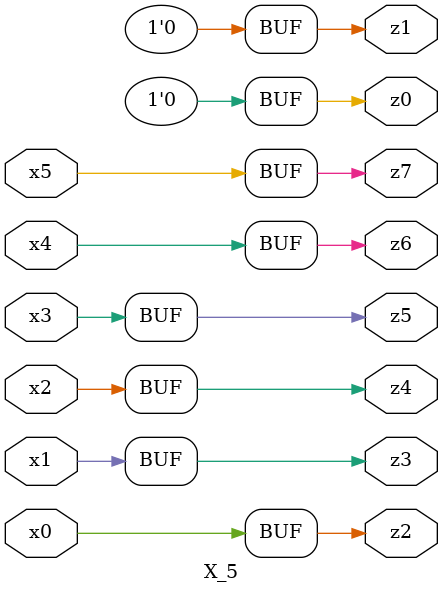
<source format=v>

module X_5 ( 
    x0, x1, x2, x3, x4, x5,
    z0, z1, z2, z3, z4, z5, z6, z7  );
  input  x0, x1, x2, x3, x4, x5;
  output z0, z1, z2, z3, z4, z5, z6, z7;
  assign z0 = 1'b0;
  assign z1 = 1'b0;
  assign z2 = x0;
  assign z3 = x1;
  assign z4 = x2;
  assign z5 = x3;
  assign z6 = x4;
  assign z7 = x5;
endmodule



</source>
